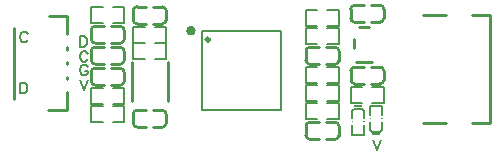
<source format=gto>
G04 Layer: TopSilkscreenLayer*
G04 EasyEDA Pro v2.0.15, 2023-03-15 12:21:30*
G04 Gerber Generator version 0.3*
G04 Scale: 100 percent, Rotated: No, Reflected: No*
G04 Dimensions in millimeters*
G04 Leading zeros omitted, absolute positions, 3 integers and 3 decimals*
%FSLAX33Y33*%
%MOMM*%
%ADD10C,0.2032*%
%ADD11C,0.1524*%
%ADD12C,0.254*%
%ADD13C,0.2*%
%ADD14C,0.399999*%
%ADD15C,0.0830*%
%ADD16C,0.0762*%
G75*


G04 Text Start*
G04 //text: D*
G54D10*
G01X18390Y-23254D02*
G01X18390Y-24120D01*
G01X18390Y-23254D02*
G01X18679Y-23254D01*
G01X18804Y-23294D01*
G01X18885Y-23378D01*
G01X18926Y-23459D01*
G01X18969Y-23584D01*
G01Y-23790D01*
G01X18926Y-23914D01*
G01X18885Y-23998D01*
G01X18804Y-24079D01*
G01X18679Y-24120D01*
G01X18390D01*
G04 //text: C*
G01X19009Y-24729D02*
G01X18969Y-24648D01*
G01X18885Y-24564D01*
G01X18804Y-24524D01*
G01X18639D01*
G01X18555Y-24564D01*
G01X18473Y-24648D01*
G01X18430Y-24729D01*
G01X18390Y-24854D01*
G01Y-25060D01*
G01X18430Y-25184D01*
G01X18473Y-25268D01*
G01X18555Y-25349D01*
G01X18639Y-25390D01*
G01X18804D01*
G01X18885Y-25349D01*
G01X18969Y-25268D01*
G01X19009Y-25184D01*
G04 //text: G*
G01X19009Y-25872D02*
G01X18969Y-25791D01*
G01X18885Y-25707D01*
G01X18804Y-25667D01*
G01X18639D01*
G01X18555Y-25707D01*
G01X18473Y-25791D01*
G01X18430Y-25872D01*
G01X18390Y-25997D01*
G01Y-26203D01*
G01X18430Y-26327D01*
G01X18473Y-26411D01*
G01X18555Y-26492D01*
G01X18639Y-26533D01*
G01X18804D01*
G01X18885Y-26492D01*
G01X18969Y-26411D01*
G01X19009Y-26327D01*
G01Y-26203D01*
G01X18804Y-26203D02*
G01X19009Y-26203D01*
G04 //text: V*
G01X18390Y-26937D02*
G01X18720Y-27803D01*
G01X19050Y-26937D02*
G01X18720Y-27803D01*
G04 //text: V*
G01X43189Y-32017D02*
G01X43519Y-32883D01*
G01X43849Y-32017D02*
G01X43519Y-32883D01*
G04 //text: C*
G01X13929Y-23078D02*
G01X13889Y-22997D01*
G01X13805Y-22913D01*
G01X13724Y-22873D01*
G01X13559D01*
G01X13475Y-22913D01*
G01X13393Y-22997D01*
G01X13350Y-23078D01*
G01X13310Y-23203D01*
G01Y-23409D01*
G01X13350Y-23533D01*
G01X13393Y-23617D01*
G01X13475Y-23698D01*
G01X13559Y-23739D01*
G01X13724D01*
G01X13805Y-23698D01*
G01X13889Y-23617D01*
G01X13929Y-23533D01*
G04 //text: D*
G01X13310Y-27191D02*
G01X13310Y-28057D01*
G01X13310Y-27191D02*
G01X13599Y-27191D01*
G01X13724Y-27231D01*
G01X13805Y-27315D01*
G01X13846Y-27396D01*
G01X13889Y-27521D01*
G01Y-27727D01*
G01X13846Y-27851D01*
G01X13805Y-27935D01*
G01X13724Y-28016D01*
G01X13599Y-28057D01*
G01X13310D01*
G04 Text End*

G04 PolygonModel Start*
G54D11*
G01X24683Y-23775D02*
G01X25642Y-23775D01*
G01X25642Y-23775D02*
G01X25642Y-22453D01*
G01X25642Y-22453D02*
G01X24683Y-22453D01*
G01X23831Y-23775D02*
G01X22872Y-23775D01*
G01X22872Y-23775D02*
G01X22872Y-22453D01*
G01X22872Y-22453D02*
G01X23831Y-22453D01*
G54D12*
G01X22091Y-24492D02*
G01X22091Y-25292D01*
G01X20981Y-24182D02*
G01X21781Y-24182D01*
G01X20981Y-25602D02*
G01X21781Y-25602D01*
G01X20405Y-24177D02*
G01X19605Y-24177D01*
G01X19296Y-24486D02*
G01X19296Y-25286D01*
G01X20405Y-25596D02*
G01X19605Y-25596D01*
G01X19295Y-24486D02*
G02X19605Y-24177I310J0D01*
G01X19605Y-25596D02*
G02X19295Y-25286I-0J310D01*
G01X21781Y-24182D02*
G02X22091Y-24492I0J-310D01*
G01X22091Y-25292D02*
G02X21781Y-25602I-310J0D01*
G01X22091Y-26270D02*
G01X22091Y-27070D01*
G01X20981Y-25960D02*
G01X21781Y-25960D01*
G01X20981Y-27380D02*
G01X21781Y-27380D01*
G01X20405Y-25955D02*
G01X19605Y-25955D01*
G01X19296Y-26264D02*
G01X19296Y-27064D01*
G01X20405Y-27374D02*
G01X19605Y-27374D01*
G01X19295Y-26264D02*
G02X19605Y-25955I310J0D01*
G01X19605Y-27374D02*
G02X19295Y-27064I-0J310D01*
G01X21781Y-25960D02*
G02X22091Y-26270I0J-310D01*
G01X22091Y-27070D02*
G02X21781Y-27380I-310J0D01*
G54D11*
G01X20275Y-20802D02*
G01X19316Y-20802D01*
G01X19316Y-20802D02*
G01X19316Y-22124D01*
G01X19316Y-22124D02*
G01X20275Y-22124D01*
G01X21127Y-20802D02*
G01X22086Y-20802D01*
G01X22086Y-20802D02*
G01X22086Y-22124D01*
G01X22086Y-22124D02*
G01X21127Y-22124D01*
G54D12*
G01X22091Y-22714D02*
G01X22091Y-23514D01*
G01X20981Y-22404D02*
G01X21781Y-22404D01*
G01X20981Y-23824D02*
G01X21781Y-23824D01*
G01X20405Y-22399D02*
G01X19605Y-22399D01*
G01X19296Y-22708D02*
G01X19296Y-23508D01*
G01X20405Y-23818D02*
G01X19605Y-23818D01*
G01X19295Y-22708D02*
G02X19605Y-22399I310J0D01*
G01X19605Y-23818D02*
G02X19295Y-23508I-0J310D01*
G01X21781Y-22404D02*
G02X22091Y-22714I0J-310D01*
G01X22091Y-23514D02*
G02X21781Y-23824I-310J0D01*
G54D11*
G01X20275Y-27660D02*
G01X19316Y-27660D01*
G01X19316Y-27660D02*
G01X19316Y-28982D01*
G01X19316Y-28982D02*
G01X20275Y-28982D01*
G01X21127Y-27660D02*
G01X22086Y-27660D01*
G01X22086Y-27660D02*
G01X22086Y-28982D01*
G01X22086Y-28982D02*
G01X21127Y-28982D01*
G01X21127Y-30506D02*
G01X22086Y-30506D01*
G01X22086Y-30506D02*
G01X22086Y-29184D01*
G01X22086Y-29184D02*
G01X21127Y-29184D01*
G01X20275Y-30506D02*
G01X19316Y-30506D01*
G01X19316Y-30506D02*
G01X19316Y-29184D01*
G01X19316Y-29184D02*
G01X20275Y-29184D01*
G01X39288Y-23902D02*
G01X40247Y-23902D01*
G01X40247Y-23902D02*
G01X40247Y-22580D01*
G01X40247Y-22580D02*
G01X39288Y-22580D01*
G01X38436Y-23902D02*
G01X37477Y-23902D01*
G01X37477Y-23902D02*
G01X37477Y-22580D01*
G01X37477Y-22580D02*
G01X38436Y-22580D01*
G01X38436Y-28930D02*
G01X37477Y-28930D01*
G01X37477Y-28930D02*
G01X37477Y-30252D01*
G01X37477Y-30252D02*
G01X38436Y-30252D01*
G01X39288Y-28930D02*
G01X40247Y-28930D01*
G01X40247Y-28930D02*
G01X40247Y-30252D01*
G01X40247Y-30252D02*
G01X39288Y-30252D01*
G54D12*
G01X25647Y-21063D02*
G01X25647Y-21863D01*
G01X24537Y-20753D02*
G01X25337Y-20753D01*
G01X24537Y-22173D02*
G01X25337Y-22173D01*
G01X23961Y-20748D02*
G01X23161Y-20748D01*
G01X22852Y-21057D02*
G01X22852Y-21857D01*
G01X23961Y-22167D02*
G01X23161Y-22167D01*
G01X22851Y-21057D02*
G02X23161Y-20748I310J0D01*
G01X23161Y-22167D02*
G02X22851Y-21857I-0J310D01*
G01X25337Y-20753D02*
G02X25647Y-21063I0J-310D01*
G01X25647Y-21863D02*
G02X25337Y-22173I-310J0D01*
G01X37472Y-25292D02*
G01X37472Y-24492D01*
G01X38582Y-25602D02*
G01X37782Y-25602D01*
G01X38582Y-24182D02*
G01X37782Y-24182D01*
G01X39158Y-25607D02*
G01X39958Y-25607D01*
G01X40267Y-25298D02*
G01X40267Y-24498D01*
G01X39158Y-24188D02*
G01X39958Y-24188D01*
G01X40268Y-25298D02*
G02X39958Y-25607I-310J0D01*
G01X39958Y-24188D02*
G02X40268Y-24498I0J-310D01*
G01X37782Y-25602D02*
G02X37472Y-25292I-0J310D01*
G01X37472Y-24492D02*
G02X37782Y-24182I310J0D01*
G01X25647Y-29826D02*
G01X25647Y-30626D01*
G01X24537Y-29516D02*
G01X25337Y-29516D01*
G01X24537Y-30936D02*
G01X25337Y-30936D01*
G01X23961Y-29511D02*
G01X23161Y-29511D01*
G01X22852Y-29820D02*
G01X22852Y-30620D01*
G01X23961Y-30930D02*
G01X23161Y-30930D01*
G01X22851Y-29820D02*
G02X23161Y-29511I310J0D01*
G01X23161Y-30930D02*
G02X22851Y-30620I-0J310D01*
G01X25337Y-29516D02*
G02X25647Y-29826I0J-310D01*
G01X25647Y-30626D02*
G02X25337Y-30936I-310J0D01*
G01X37472Y-31642D02*
G01X37472Y-30842D01*
G01X38582Y-31952D02*
G01X37782Y-31952D01*
G01X38582Y-30532D02*
G01X37782Y-30532D01*
G01X39158Y-31957D02*
G01X39958Y-31957D01*
G01X40267Y-31648D02*
G01X40267Y-30848D01*
G01X39158Y-30538D02*
G01X39958Y-30538D01*
G01X40268Y-31648D02*
G02X39958Y-31957I-310J0D01*
G01X39958Y-30538D02*
G02X40268Y-30848I0J-310D01*
G01X37782Y-31952D02*
G02X37472Y-31642I-0J310D01*
G01X37472Y-30842D02*
G02X37782Y-30532I310J0D01*
G01X15722Y-21527D02*
G01X17222Y-21527D01*
G01X17222Y-21527D02*
G01X17222Y-23027D01*
G01X17222Y-27933D02*
G01X17222Y-28027D01*
G01X17222Y-26683D02*
G01X17222Y-26871D01*
G01X17222Y-25433D02*
G01X17222Y-25621D01*
G01X17222Y-24183D02*
G01X17222Y-24371D01*
G01X12722Y-28521D02*
G01X12722Y-22533D01*
G01X17222Y-28027D02*
G01X17222Y-29527D01*
G01X17222Y-29527D02*
G01X15601Y-29527D01*
G01X49329Y-21463D02*
G01X47433Y-21463D01*
G01X51513Y-30607D02*
G01X53086Y-30607D01*
G01X53086Y-30607D02*
G01X53086Y-21463D01*
G01X53086Y-21463D02*
G01X51513Y-21463D01*
G01X47433Y-30607D02*
G01X49329Y-30607D01*
G54D11*
G01X43933Y-29930D02*
G01X43933Y-29141D01*
G01X43933Y-29141D02*
G01X42935Y-29141D01*
G01X42935Y-29141D02*
G01X42935Y-29930D01*
G01X43933Y-30522D02*
G01X43933Y-31159D01*
G01X43933Y-31159D02*
G01X43780Y-31311D01*
G01X43780Y-31311D02*
G01X43088Y-31311D01*
G01X43088Y-31311D02*
G01X42935Y-31159D01*
G01X42935Y-31159D02*
G01X42935Y-30522D01*
G36*
G01X43780Y-31463D02*
G01X43088Y-31463D01*
G01Y-31616D01*
G01X43780D01*
G01Y-31463D01*
G37*
G01X24683Y-25172D02*
G01X25642Y-25172D01*
G01X25642Y-25172D02*
G01X25642Y-23850D01*
G01X25642Y-23850D02*
G01X24683Y-23850D01*
G01X23831Y-25172D02*
G01X22872Y-25172D01*
G01X22872Y-25172D02*
G01X22872Y-23850D01*
G01X22872Y-23850D02*
G01X23831Y-23850D01*
G01X39288Y-27204D02*
G01X40247Y-27204D01*
G01X40247Y-27204D02*
G01X40247Y-25882D01*
G01X40247Y-25882D02*
G01X39288Y-25882D01*
G01X38436Y-27204D02*
G01X37477Y-27204D01*
G01X37477Y-27204D02*
G01X37477Y-25882D01*
G01X37477Y-25882D02*
G01X38436Y-25882D01*
G54D13*
G01X35344Y-23266D02*
G01X35344Y-29464D01*
G01X35344Y-29464D02*
G01X28689Y-29464D01*
G01X28689Y-29464D02*
G01X28689Y-22835D01*
G01X28689Y-22835D02*
G01X35344Y-22835D01*
G01X35344Y-22835D02*
G01X35344Y-23597D01*
G54D14*
G01X27944Y-22772D02*
G03X27544Y-22773I-200J-1D01*
G03X27944Y-22775I200J0D01*
G54D11*
G01X38436Y-21056D02*
G01X37477Y-21056D01*
G01X37477Y-21056D02*
G01X37477Y-22378D01*
G01X37477Y-22378D02*
G01X38436Y-22378D01*
G01X39288Y-21056D02*
G01X40247Y-21056D01*
G01X40247Y-21056D02*
G01X40247Y-22378D01*
G01X40247Y-22378D02*
G01X39288Y-22378D01*
G01X43098Y-28855D02*
G01X44057Y-28855D01*
G01X44057Y-28855D02*
G01X44057Y-27533D01*
G01X44057Y-27533D02*
G01X43098Y-27533D01*
G01X42246Y-28855D02*
G01X41287Y-28855D01*
G01X41287Y-28855D02*
G01X41287Y-27533D01*
G01X41287Y-27533D02*
G01X42246Y-27533D01*
G01X39288Y-28728D02*
G01X40247Y-28728D01*
G01X40247Y-28728D02*
G01X40247Y-27406D01*
G01X40247Y-27406D02*
G01X39288Y-27406D01*
G01X38436Y-28728D02*
G01X37477Y-28728D01*
G01X37477Y-28728D02*
G01X37477Y-27406D01*
G01X37477Y-27406D02*
G01X38436Y-27406D01*
G01X41411Y-30776D02*
G01X41411Y-31565D01*
G01X41411Y-31565D02*
G01X42409Y-31565D01*
G01X42409Y-31565D02*
G01X42409Y-30776D01*
G01X41411Y-30184D02*
G01X41411Y-29547D01*
G01X41411Y-29547D02*
G01X41564Y-29395D01*
G01X41564Y-29395D02*
G01X42256Y-29395D01*
G01X42256Y-29395D02*
G01X42409Y-29547D01*
G01X42409Y-29547D02*
G01X42409Y-30184D01*
G36*
G01X41564Y-29243D02*
G01X42256Y-29243D01*
G01Y-29090D01*
G01X41564D01*
G01Y-29243D01*
G37*
G54D12*
G01X41282Y-26943D02*
G01X41282Y-26143D01*
G01X42392Y-27253D02*
G01X41592Y-27253D01*
G01X42392Y-25833D02*
G01X41592Y-25833D01*
G01X42968Y-27258D02*
G01X43768Y-27258D01*
G01X44077Y-26949D02*
G01X44077Y-26149D01*
G01X42968Y-25839D02*
G01X43768Y-25839D01*
G01X44078Y-26949D02*
G02X43768Y-27258I-310J0D01*
G01X43768Y-25839D02*
G02X44078Y-26149I0J-310D01*
G01X41592Y-27253D02*
G02X41282Y-26943I-0J310D01*
G01X41282Y-26143D02*
G02X41592Y-25833I310J0D01*
G01X44062Y-20936D02*
G01X44062Y-21736D01*
G01X42952Y-20626D02*
G01X43752Y-20626D01*
G01X42952Y-22046D02*
G01X43752Y-22046D01*
G01X42376Y-20621D02*
G01X41576Y-20621D01*
G01X41267Y-20930D02*
G01X41267Y-21730D01*
G01X42376Y-22040D02*
G01X41576Y-22040D01*
G01X41266Y-20930D02*
G02X41576Y-20621I310J0D01*
G01X41576Y-22040D02*
G02X41266Y-21730I-0J310D01*
G01X43752Y-20626D02*
G02X44062Y-20936I0J-310D01*
G01X44062Y-21736D02*
G02X43752Y-22046I-310J0D01*
G01X41720Y-25400D02*
G01X43116Y-25400D01*
G01X41996Y-22479D02*
G01X42840Y-22479D01*
G01X41529Y-24257D02*
G01X41529Y-23495D01*
G01X22733Y-28702D02*
G01X22733Y-25400D01*
G01X25781Y-28702D02*
G01X25781Y-25400D01*
G04 PolygonModel End*

G04 Circle Start*
G54D16*
G01X42897Y-30226D02*
G03X42973Y-30226I38J0D01*
G03X42897I-38J0D01*
G01X43895Y-30226D02*
G03X43971Y-30226I38J0D01*
G03X43895I-38J0D01*
G54D12*
G01X29003Y-23542D02*
G03X29344Y-23542I170J0D01*
G03X29003I-170J0D01*
G54D16*
G01X42371Y-30480D02*
G03X42447Y-30480I38J0D01*
G03X42371I-38J0D01*
G01X41373Y-30480D02*
G03X41449Y-30480I38J0D01*
G03X41373I-38J0D01*
G04 Circle End*

M02*

</source>
